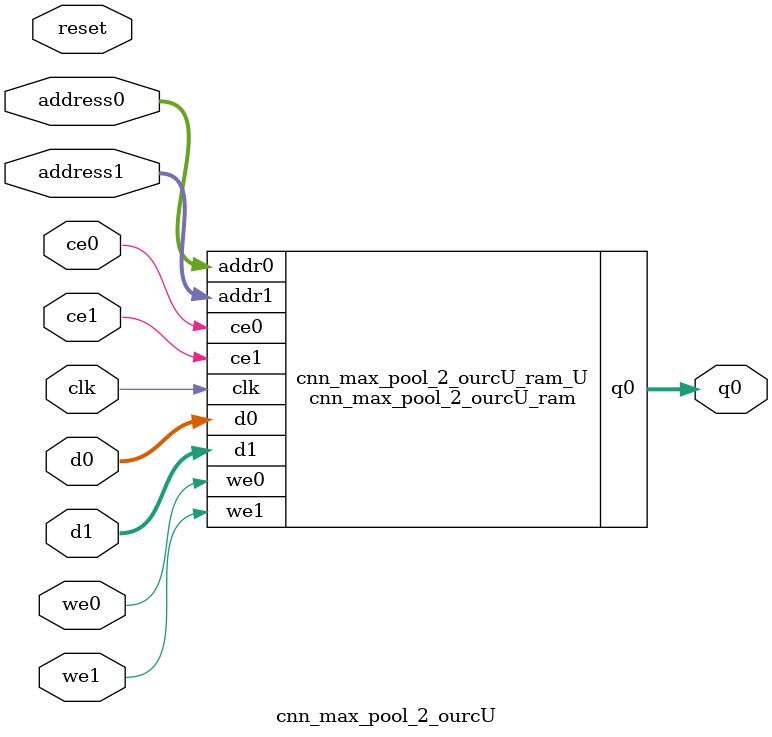
<source format=v>
`timescale 1 ns / 1 ps
module cnn_max_pool_2_ourcU_ram (addr0, ce0, d0, we0, q0, addr1, ce1, d1, we1,  clk);

parameter DWIDTH = 14;
parameter AWIDTH = 8;
parameter MEM_SIZE = 160;

input[AWIDTH-1:0] addr0;
input ce0;
input[DWIDTH-1:0] d0;
input we0;
output reg[DWIDTH-1:0] q0;
input[AWIDTH-1:0] addr1;
input ce1;
input[DWIDTH-1:0] d1;
input we1;
input clk;

(* ram_style = "block" *)reg [DWIDTH-1:0] ram[0:MEM_SIZE-1];




always @(posedge clk)  
begin 
    if (ce0) 
    begin
        if (we0) 
        begin 
            ram[addr0] <= d0; 
        end 
        q0 <= ram[addr0];
    end
end


always @(posedge clk)  
begin 
    if (ce1) 
    begin
        if (we1) 
        begin 
            ram[addr1] <= d1; 
        end 
    end
end


endmodule

`timescale 1 ns / 1 ps
module cnn_max_pool_2_ourcU(
    reset,
    clk,
    address0,
    ce0,
    we0,
    d0,
    q0,
    address1,
    ce1,
    we1,
    d1);

parameter DataWidth = 32'd14;
parameter AddressRange = 32'd160;
parameter AddressWidth = 32'd8;
input reset;
input clk;
input[AddressWidth - 1:0] address0;
input ce0;
input we0;
input[DataWidth - 1:0] d0;
output[DataWidth - 1:0] q0;
input[AddressWidth - 1:0] address1;
input ce1;
input we1;
input[DataWidth - 1:0] d1;



cnn_max_pool_2_ourcU_ram cnn_max_pool_2_ourcU_ram_U(
    .clk( clk ),
    .addr0( address0 ),
    .ce0( ce0 ),
    .we0( we0 ),
    .d0( d0 ),
    .q0( q0 ),
    .addr1( address1 ),
    .ce1( ce1 ),
    .we1( we1 ),
    .d1( d1 ));

endmodule


</source>
